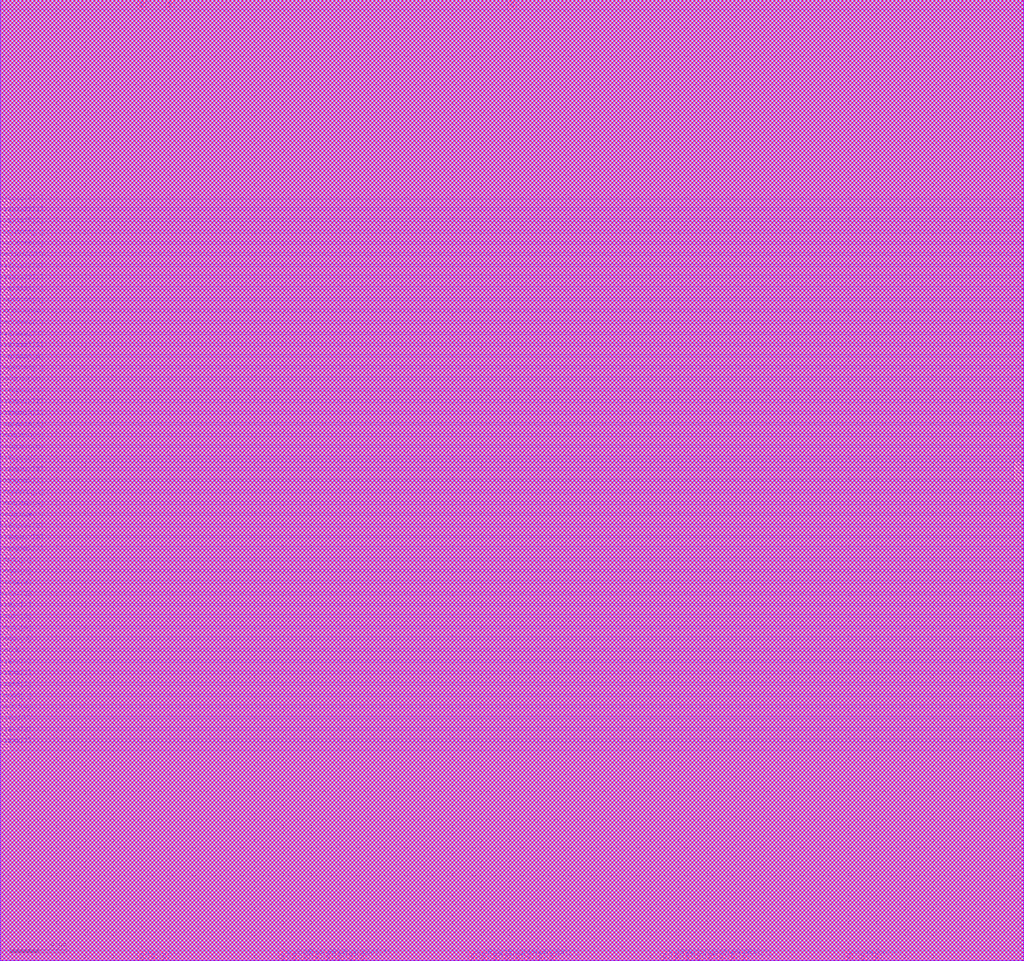
<source format=lef>
##
## LEF for PtnCells ;
## created by Innovus v20.11-s130_1 on Mon Jan  6 22:39:51 2025
##

VERSION 5.8 ;

BUSBITCHARS "[]" ;
DIVIDERCHAR "/" ;

MACRO BATCHARGERctr
  CLASS BLOCK ;
  SIZE 72.400000 BY 68.000000 ;
  FOREIGN BATCHARGERctr 0.000000 0.000000 ;
  ORIGIN 0 0 ;
  SYMMETRY X Y R90 ;
  PIN cc
    DIRECTION OUTPUT ;
    USE SIGNAL ;
    PORT
      LAYER metal3 ;
        RECT 71.880000 34.900000 72.400000 35.100000 ;
    END
  END cc
  PIN tc
    DIRECTION OUTPUT ;
    USE SIGNAL ;
    PORT
      LAYER metal3 ;
        RECT 71.880000 34.100000 72.400000 34.300000 ;
    END
  END tc
  PIN cv
    DIRECTION OUTPUT ;
    USE SIGNAL ;
    PORT
      LAYER metal3 ;
        RECT 71.880000 34.500000 72.400000 34.700000 ;
    END
  END cv
  PIN imonen
    DIRECTION OUTPUT ;
    USE SIGNAL ;
    PORT
      LAYER metal4 ;
        RECT 60.900000 0.000000 61.100000 0.520000 ;
    END
  END imonen
  PIN vmonen
    DIRECTION OUTPUT ;
    USE SIGNAL ;
    PORT
      LAYER metal4 ;
        RECT 59.900000 0.000000 60.100000 0.520000 ;
    END
  END vmonen
  PIN tmonen
    DIRECTION OUTPUT ;
    USE SIGNAL ;
    PORT
      LAYER metal4 ;
        RECT 61.900000 0.000000 62.100000 0.520000 ;
    END
  END tmonen
  PIN so
    DIRECTION OUTPUT ;
    USE SIGNAL ;
    PORT
      LAYER metal4 ;
        RECT 36.100000 67.480000 36.300000 68.000000 ;
    END
  END so
  PIN vbat[7]
    DIRECTION INPUT ;
    USE SIGNAL ;
    PORT
      LAYER metal4 ;
        RECT 25.500000 0.000000 25.700000 0.520000 ;
    END
  END vbat[7]
  PIN vbat[6]
    DIRECTION INPUT ;
    USE SIGNAL ;
    PORT
      LAYER metal4 ;
        RECT 24.700000 0.000000 24.900000 0.520000 ;
    END
  END vbat[6]
  PIN vbat[5]
    DIRECTION INPUT ;
    USE SIGNAL ;
    PORT
      LAYER metal4 ;
        RECT 23.900000 0.000000 24.100000 0.520000 ;
    END
  END vbat[5]
  PIN vbat[4]
    DIRECTION INPUT ;
    USE SIGNAL ;
    PORT
      LAYER metal4 ;
        RECT 23.100000 0.000000 23.300000 0.520000 ;
    END
  END vbat[4]
  PIN vbat[3]
    DIRECTION INPUT ;
    USE SIGNAL ;
    PORT
      LAYER metal4 ;
        RECT 22.300000 0.000000 22.500000 0.520000 ;
    END
  END vbat[3]
  PIN vbat[2]
    DIRECTION INPUT ;
    USE SIGNAL ;
    PORT
      LAYER metal4 ;
        RECT 21.500000 0.000000 21.700000 0.520000 ;
    END
  END vbat[2]
  PIN vbat[1]
    DIRECTION INPUT ;
    USE SIGNAL ;
    PORT
      LAYER metal4 ;
        RECT 20.700000 0.000000 20.900000 0.520000 ;
    END
  END vbat[1]
  PIN vbat[0]
    DIRECTION INPUT ;
    USE SIGNAL ;
    PORT
      LAYER metal4 ;
        RECT 19.900000 0.000000 20.100000 0.520000 ;
    END
  END vbat[0]
  PIN ibat[7]
    DIRECTION INPUT ;
    USE SIGNAL ;
    PORT
      LAYER metal4 ;
        RECT 38.900000 0.000000 39.100000 0.520000 ;
    END
  END ibat[7]
  PIN ibat[6]
    DIRECTION INPUT ;
    USE SIGNAL ;
    PORT
      LAYER metal4 ;
        RECT 38.100000 0.000000 38.300000 0.520000 ;
    END
  END ibat[6]
  PIN ibat[5]
    DIRECTION INPUT ;
    USE SIGNAL ;
    PORT
      LAYER metal4 ;
        RECT 37.300000 0.000000 37.500000 0.520000 ;
    END
  END ibat[5]
  PIN ibat[4]
    DIRECTION INPUT ;
    USE SIGNAL ;
    PORT
      LAYER metal4 ;
        RECT 36.500000 0.000000 36.700000 0.520000 ;
    END
  END ibat[4]
  PIN ibat[3]
    DIRECTION INPUT ;
    USE SIGNAL ;
    PORT
      LAYER metal4 ;
        RECT 35.700000 0.000000 35.900000 0.520000 ;
    END
  END ibat[3]
  PIN ibat[2]
    DIRECTION INPUT ;
    USE SIGNAL ;
    PORT
      LAYER metal4 ;
        RECT 34.900000 0.000000 35.100000 0.520000 ;
    END
  END ibat[2]
  PIN ibat[1]
    DIRECTION INPUT ;
    USE SIGNAL ;
    PORT
      LAYER metal4 ;
        RECT 34.100000 0.000000 34.300000 0.520000 ;
    END
  END ibat[1]
  PIN ibat[0]
    DIRECTION INPUT ;
    USE SIGNAL ;
    PORT
      LAYER metal4 ;
        RECT 33.300000 0.000000 33.500000 0.520000 ;
    END
  END ibat[0]
  PIN tbat[7]
    DIRECTION INPUT ;
    USE SIGNAL ;
    PORT
      LAYER metal4 ;
        RECT 52.500000 0.000000 52.700000 0.520000 ;
    END
  END tbat[7]
  PIN tbat[6]
    DIRECTION INPUT ;
    USE SIGNAL ;
    PORT
      LAYER metal4 ;
        RECT 51.700000 0.000000 51.900000 0.520000 ;
    END
  END tbat[6]
  PIN tbat[5]
    DIRECTION INPUT ;
    USE SIGNAL ;
    PORT
      LAYER metal4 ;
        RECT 50.900000 0.000000 51.100000 0.520000 ;
    END
  END tbat[5]
  PIN tbat[4]
    DIRECTION INPUT ;
    USE SIGNAL ;
    PORT
      LAYER metal4 ;
        RECT 50.100000 0.000000 50.300000 0.520000 ;
    END
  END tbat[4]
  PIN tbat[3]
    DIRECTION INPUT ;
    USE SIGNAL ;
    PORT
      LAYER metal4 ;
        RECT 49.300000 0.000000 49.500000 0.520000 ;
    END
  END tbat[3]
  PIN tbat[2]
    DIRECTION INPUT ;
    USE SIGNAL ;
    PORT
      LAYER metal4 ;
        RECT 48.500000 0.000000 48.700000 0.520000 ;
    END
  END tbat[2]
  PIN tbat[1]
    DIRECTION INPUT ;
    USE SIGNAL ;
    PORT
      LAYER metal4 ;
        RECT 47.700000 0.000000 47.900000 0.520000 ;
    END
  END tbat[1]
  PIN tbat[0]
    DIRECTION INPUT ;
    USE SIGNAL ;
    PORT
      LAYER metal4 ;
        RECT 46.900000 0.000000 47.100000 0.520000 ;
    END
  END tbat[0]
  PIN vcutoff[7]
    DIRECTION INPUT ;
    USE SIGNAL ;
    PORT
      LAYER metal3 ;
        RECT 0.000000 47.900000 0.520000 48.100000 ;
    END
  END vcutoff[7]
  PIN vcutoff[6]
    DIRECTION INPUT ;
    USE SIGNAL ;
    PORT
      LAYER metal3 ;
        RECT 0.000000 48.700000 0.520000 48.900000 ;
    END
  END vcutoff[6]
  PIN vcutoff[5]
    DIRECTION INPUT ;
    USE SIGNAL ;
    PORT
      LAYER metal3 ;
        RECT 0.000000 49.500000 0.520000 49.700000 ;
    END
  END vcutoff[5]
  PIN vcutoff[4]
    DIRECTION INPUT ;
    USE SIGNAL ;
    PORT
      LAYER metal3 ;
        RECT 0.000000 50.300000 0.520000 50.500000 ;
    END
  END vcutoff[4]
  PIN vcutoff[3]
    DIRECTION INPUT ;
    USE SIGNAL ;
    PORT
      LAYER metal3 ;
        RECT 0.000000 51.100000 0.520000 51.300000 ;
    END
  END vcutoff[3]
  PIN vcutoff[2]
    DIRECTION INPUT ;
    USE SIGNAL ;
    PORT
      LAYER metal3 ;
        RECT 0.000000 51.900000 0.520000 52.100000 ;
    END
  END vcutoff[2]
  PIN vcutoff[1]
    DIRECTION INPUT ;
    USE SIGNAL ;
    PORT
      LAYER metal3 ;
        RECT 0.000000 52.700000 0.520000 52.900000 ;
    END
  END vcutoff[1]
  PIN vcutoff[0]
    DIRECTION INPUT ;
    USE SIGNAL ;
    PORT
      LAYER metal3 ;
        RECT 0.000000 53.500000 0.520000 53.700000 ;
    END
  END vcutoff[0]
  PIN vpreset[7]
    DIRECTION INPUT ;
    USE SIGNAL ;
    PORT
      LAYER metal3 ;
        RECT 0.000000 41.500000 0.520000 41.700000 ;
    END
  END vpreset[7]
  PIN vpreset[6]
    DIRECTION INPUT ;
    USE SIGNAL ;
    PORT
      LAYER metal3 ;
        RECT 0.000000 42.300000 0.520000 42.500000 ;
    END
  END vpreset[6]
  PIN vpreset[5]
    DIRECTION INPUT ;
    USE SIGNAL ;
    PORT
      LAYER metal3 ;
        RECT 0.000000 43.100000 0.520000 43.300000 ;
    END
  END vpreset[5]
  PIN vpreset[4]
    DIRECTION INPUT ;
    USE SIGNAL ;
    PORT
      LAYER metal3 ;
        RECT 0.000000 43.900000 0.520000 44.100000 ;
    END
  END vpreset[4]
  PIN vpreset[3]
    DIRECTION INPUT ;
    USE SIGNAL ;
    PORT
      LAYER metal3 ;
        RECT 0.000000 44.700000 0.520000 44.900000 ;
    END
  END vpreset[3]
  PIN vpreset[2]
    DIRECTION INPUT ;
    USE SIGNAL ;
    PORT
      LAYER metal3 ;
        RECT 0.000000 45.500000 0.520000 45.700000 ;
    END
  END vpreset[2]
  PIN vpreset[1]
    DIRECTION INPUT ;
    USE SIGNAL ;
    PORT
      LAYER metal3 ;
        RECT 0.000000 46.300000 0.520000 46.500000 ;
    END
  END vpreset[1]
  PIN vpreset[0]
    DIRECTION INPUT ;
    USE SIGNAL ;
    PORT
      LAYER metal3 ;
        RECT 0.000000 47.100000 0.520000 47.300000 ;
    END
  END vpreset[0]
  PIN tempmin[7]
    DIRECTION INPUT ;
    USE SIGNAL ;
    PORT
      LAYER metal3 ;
        RECT 0.000000 35.100000 0.520000 35.300000 ;
    END
  END tempmin[7]
  PIN tempmin[6]
    DIRECTION INPUT ;
    USE SIGNAL ;
    PORT
      LAYER metal3 ;
        RECT 0.000000 35.900000 0.520000 36.100000 ;
    END
  END tempmin[6]
  PIN tempmin[5]
    DIRECTION INPUT ;
    USE SIGNAL ;
    PORT
      LAYER metal3 ;
        RECT 0.000000 36.700000 0.520000 36.900000 ;
    END
  END tempmin[5]
  PIN tempmin[4]
    DIRECTION INPUT ;
    USE SIGNAL ;
    PORT
      LAYER metal3 ;
        RECT 0.000000 37.500000 0.520000 37.700000 ;
    END
  END tempmin[4]
  PIN tempmin[3]
    DIRECTION INPUT ;
    USE SIGNAL ;
    PORT
      LAYER metal3 ;
        RECT 0.000000 38.300000 0.520000 38.500000 ;
    END
  END tempmin[3]
  PIN tempmin[2]
    DIRECTION INPUT ;
    USE SIGNAL ;
    PORT
      LAYER metal3 ;
        RECT 0.000000 39.100000 0.520000 39.300000 ;
    END
  END tempmin[2]
  PIN tempmin[1]
    DIRECTION INPUT ;
    USE SIGNAL ;
    PORT
      LAYER metal3 ;
        RECT 0.000000 39.900000 0.520000 40.100000 ;
    END
  END tempmin[1]
  PIN tempmin[0]
    DIRECTION INPUT ;
    USE SIGNAL ;
    PORT
      LAYER metal3 ;
        RECT 0.000000 40.700000 0.520000 40.900000 ;
    END
  END tempmin[0]
  PIN tempmax[7]
    DIRECTION INPUT ;
    USE SIGNAL ;
    PORT
      LAYER metal3 ;
        RECT 0.000000 28.700000 0.520000 28.900000 ;
    END
  END tempmax[7]
  PIN tempmax[6]
    DIRECTION INPUT ;
    USE SIGNAL ;
    PORT
      LAYER metal3 ;
        RECT 0.000000 29.500000 0.520000 29.700000 ;
    END
  END tempmax[6]
  PIN tempmax[5]
    DIRECTION INPUT ;
    USE SIGNAL ;
    PORT
      LAYER metal3 ;
        RECT 0.000000 30.300000 0.520000 30.500000 ;
    END
  END tempmax[5]
  PIN tempmax[4]
    DIRECTION INPUT ;
    USE SIGNAL ;
    PORT
      LAYER metal3 ;
        RECT 0.000000 31.100000 0.520000 31.300000 ;
    END
  END tempmax[4]
  PIN tempmax[3]
    DIRECTION INPUT ;
    USE SIGNAL ;
    PORT
      LAYER metal3 ;
        RECT 0.000000 31.900000 0.520000 32.100000 ;
    END
  END tempmax[3]
  PIN tempmax[2]
    DIRECTION INPUT ;
    USE SIGNAL ;
    PORT
      LAYER metal3 ;
        RECT 0.000000 32.700000 0.520000 32.900000 ;
    END
  END tempmax[2]
  PIN tempmax[1]
    DIRECTION INPUT ;
    USE SIGNAL ;
    PORT
      LAYER metal3 ;
        RECT 0.000000 33.500000 0.520000 33.700000 ;
    END
  END tempmax[1]
  PIN tempmax[0]
    DIRECTION INPUT ;
    USE SIGNAL ;
    PORT
      LAYER metal3 ;
        RECT 0.000000 34.300000 0.520000 34.500000 ;
    END
  END tempmax[0]
  PIN tmax[7]
    DIRECTION INPUT ;
    USE SIGNAL ;
    PORT
      LAYER metal3 ;
        RECT 0.000000 22.300000 0.520000 22.500000 ;
    END
  END tmax[7]
  PIN tmax[6]
    DIRECTION INPUT ;
    USE SIGNAL ;
    PORT
      LAYER metal3 ;
        RECT 0.000000 23.100000 0.520000 23.300000 ;
    END
  END tmax[6]
  PIN tmax[5]
    DIRECTION INPUT ;
    USE SIGNAL ;
    PORT
      LAYER metal3 ;
        RECT 0.000000 23.900000 0.520000 24.100000 ;
    END
  END tmax[5]
  PIN tmax[4]
    DIRECTION INPUT ;
    USE SIGNAL ;
    PORT
      LAYER metal3 ;
        RECT 0.000000 24.700000 0.520000 24.900000 ;
    END
  END tmax[4]
  PIN tmax[3]
    DIRECTION INPUT ;
    USE SIGNAL ;
    PORT
      LAYER metal3 ;
        RECT 0.000000 25.500000 0.520000 25.700000 ;
    END
  END tmax[3]
  PIN tmax[2]
    DIRECTION INPUT ;
    USE SIGNAL ;
    PORT
      LAYER metal3 ;
        RECT 0.000000 26.300000 0.520000 26.500000 ;
    END
  END tmax[2]
  PIN tmax[1]
    DIRECTION INPUT ;
    USE SIGNAL ;
    PORT
      LAYER metal3 ;
        RECT 0.000000 27.100000 0.520000 27.300000 ;
    END
  END tmax[1]
  PIN tmax[0]
    DIRECTION INPUT ;
    USE SIGNAL ;
    PORT
      LAYER metal3 ;
        RECT 0.000000 27.900000 0.520000 28.100000 ;
    END
  END tmax[0]
  PIN iend[7]
    DIRECTION INPUT ;
    USE SIGNAL ;
    PORT
      LAYER metal3 ;
        RECT 0.000000 15.100000 0.520000 15.300000 ;
    END
  END iend[7]
  PIN iend[6]
    DIRECTION INPUT ;
    USE SIGNAL ;
    PORT
      LAYER metal3 ;
        RECT 0.000000 15.900000 0.520000 16.100000 ;
    END
  END iend[6]
  PIN iend[5]
    DIRECTION INPUT ;
    USE SIGNAL ;
    PORT
      LAYER metal3 ;
        RECT 0.000000 16.700000 0.520000 16.900000 ;
    END
  END iend[5]
  PIN iend[4]
    DIRECTION INPUT ;
    USE SIGNAL ;
    PORT
      LAYER metal3 ;
        RECT 0.000000 17.500000 0.520000 17.700000 ;
    END
  END iend[4]
  PIN iend[3]
    DIRECTION INPUT ;
    USE SIGNAL ;
    PORT
      LAYER metal3 ;
        RECT 0.000000 18.300000 0.520000 18.500000 ;
    END
  END iend[3]
  PIN iend[2]
    DIRECTION INPUT ;
    USE SIGNAL ;
    PORT
      LAYER metal3 ;
        RECT 0.000000 19.100000 0.520000 19.300000 ;
    END
  END iend[2]
  PIN iend[1]
    DIRECTION INPUT ;
    USE SIGNAL ;
    PORT
      LAYER metal3 ;
        RECT 0.000000 19.900000 0.520000 20.100000 ;
    END
  END iend[1]
  PIN iend[0]
    DIRECTION INPUT ;
    USE SIGNAL ;
    PORT
      LAYER metal3 ;
        RECT 0.000000 20.700000 0.520000 20.900000 ;
    END
  END iend[0]
  PIN clk
    DIRECTION INPUT ;
    USE CLOCK ;
    PORT
      LAYER metal4 ;
        RECT 9.900000 0.000000 10.100000 0.520000 ;
    END
  END clk
  PIN en
    DIRECTION INPUT ;
    USE SIGNAL ;
    PORT
      LAYER metal4 ;
        RECT 10.700000 0.000000 10.900000 0.520000 ;
    END
  END en
  PIN rstz
    DIRECTION INPUT ;
    USE SIGNAL ;
    PORT
      LAYER metal4 ;
        RECT 11.500000 0.000000 11.700000 0.520000 ;
    END
  END rstz
  PIN vtok
    DIRECTION INPUT ;
    USE SIGNAL ;
    PORT
      LAYER metal3 ;
        RECT 0.000000 21.500000 0.520000 21.700000 ;
    END
  END vtok
  PIN dvdd
    DIRECTION INPUT ;
    USE POWER ;
    PORT
      LAYER metal4 ;
        RECT 11.900000 67.480000 12.100000 68.000000 ;
    END
  END dvdd
  PIN dgnd
    DIRECTION INPUT ;
    USE GROUND ;
    PORT
      LAYER metal4 ;
        RECT 9.900000 67.480000 10.100000 68.000000 ;
    END
  END dgnd
  OBS
    LAYER metal1 ;
      RECT 0.000000 0.000000 72.400000 68.000000 ;
    LAYER metal2 ;
      RECT 0.000000 0.000000 72.400000 68.000000 ;
    LAYER metal3 ;
      RECT 0.000000 53.900000 72.400000 68.000000 ;
      RECT 0.720000 53.300000 72.400000 53.900000 ;
      RECT 0.000000 53.100000 72.400000 53.300000 ;
      RECT 0.720000 52.500000 72.400000 53.100000 ;
      RECT 0.000000 52.300000 72.400000 52.500000 ;
      RECT 0.720000 51.700000 72.400000 52.300000 ;
      RECT 0.000000 51.500000 72.400000 51.700000 ;
      RECT 0.720000 50.900000 72.400000 51.500000 ;
      RECT 0.000000 50.700000 72.400000 50.900000 ;
      RECT 0.720000 50.100000 72.400000 50.700000 ;
      RECT 0.000000 49.900000 72.400000 50.100000 ;
      RECT 0.720000 49.300000 72.400000 49.900000 ;
      RECT 0.000000 49.100000 72.400000 49.300000 ;
      RECT 0.720000 48.500000 72.400000 49.100000 ;
      RECT 0.000000 48.300000 72.400000 48.500000 ;
      RECT 0.720000 47.700000 72.400000 48.300000 ;
      RECT 0.000000 47.500000 72.400000 47.700000 ;
      RECT 0.720000 46.900000 72.400000 47.500000 ;
      RECT 0.000000 46.700000 72.400000 46.900000 ;
      RECT 0.720000 46.100000 72.400000 46.700000 ;
      RECT 0.000000 45.900000 72.400000 46.100000 ;
      RECT 0.720000 45.300000 72.400000 45.900000 ;
      RECT 0.000000 45.100000 72.400000 45.300000 ;
      RECT 0.720000 44.500000 72.400000 45.100000 ;
      RECT 0.000000 44.300000 72.400000 44.500000 ;
      RECT 0.720000 43.700000 72.400000 44.300000 ;
      RECT 0.000000 43.500000 72.400000 43.700000 ;
      RECT 0.720000 42.900000 72.400000 43.500000 ;
      RECT 0.000000 42.700000 72.400000 42.900000 ;
      RECT 0.720000 42.100000 72.400000 42.700000 ;
      RECT 0.000000 41.900000 72.400000 42.100000 ;
      RECT 0.720000 41.300000 72.400000 41.900000 ;
      RECT 0.000000 41.100000 72.400000 41.300000 ;
      RECT 0.720000 40.500000 72.400000 41.100000 ;
      RECT 0.000000 40.300000 72.400000 40.500000 ;
      RECT 0.720000 39.700000 72.400000 40.300000 ;
      RECT 0.000000 39.500000 72.400000 39.700000 ;
      RECT 0.720000 38.900000 72.400000 39.500000 ;
      RECT 0.000000 38.700000 72.400000 38.900000 ;
      RECT 0.720000 38.100000 72.400000 38.700000 ;
      RECT 0.000000 37.900000 72.400000 38.100000 ;
      RECT 0.720000 37.300000 72.400000 37.900000 ;
      RECT 0.000000 37.100000 72.400000 37.300000 ;
      RECT 0.720000 36.500000 72.400000 37.100000 ;
      RECT 0.000000 36.300000 72.400000 36.500000 ;
      RECT 0.720000 35.700000 72.400000 36.300000 ;
      RECT 0.000000 35.500000 72.400000 35.700000 ;
      RECT 0.720000 35.300000 72.400000 35.500000 ;
      RECT 0.720000 34.900000 71.680000 35.300000 ;
      RECT 0.000000 34.700000 71.680000 34.900000 ;
      RECT 0.720000 34.100000 71.680000 34.700000 ;
      RECT 0.000000 33.900000 71.680000 34.100000 ;
      RECT 0.720000 33.300000 72.400000 33.900000 ;
      RECT 0.000000 33.100000 72.400000 33.300000 ;
      RECT 0.720000 32.500000 72.400000 33.100000 ;
      RECT 0.000000 32.300000 72.400000 32.500000 ;
      RECT 0.720000 31.700000 72.400000 32.300000 ;
      RECT 0.000000 31.500000 72.400000 31.700000 ;
      RECT 0.720000 30.900000 72.400000 31.500000 ;
      RECT 0.000000 30.700000 72.400000 30.900000 ;
      RECT 0.720000 30.100000 72.400000 30.700000 ;
      RECT 0.000000 29.900000 72.400000 30.100000 ;
      RECT 0.720000 29.300000 72.400000 29.900000 ;
      RECT 0.000000 29.100000 72.400000 29.300000 ;
      RECT 0.720000 28.500000 72.400000 29.100000 ;
      RECT 0.000000 28.300000 72.400000 28.500000 ;
      RECT 0.720000 27.700000 72.400000 28.300000 ;
      RECT 0.000000 27.500000 72.400000 27.700000 ;
      RECT 0.720000 26.900000 72.400000 27.500000 ;
      RECT 0.000000 26.700000 72.400000 26.900000 ;
      RECT 0.720000 26.100000 72.400000 26.700000 ;
      RECT 0.000000 25.900000 72.400000 26.100000 ;
      RECT 0.720000 25.300000 72.400000 25.900000 ;
      RECT 0.000000 25.100000 72.400000 25.300000 ;
      RECT 0.720000 24.500000 72.400000 25.100000 ;
      RECT 0.000000 24.300000 72.400000 24.500000 ;
      RECT 0.720000 23.700000 72.400000 24.300000 ;
      RECT 0.000000 23.500000 72.400000 23.700000 ;
      RECT 0.720000 22.900000 72.400000 23.500000 ;
      RECT 0.000000 22.700000 72.400000 22.900000 ;
      RECT 0.720000 22.100000 72.400000 22.700000 ;
      RECT 0.000000 21.900000 72.400000 22.100000 ;
      RECT 0.720000 21.300000 72.400000 21.900000 ;
      RECT 0.000000 21.100000 72.400000 21.300000 ;
      RECT 0.720000 20.500000 72.400000 21.100000 ;
      RECT 0.000000 20.300000 72.400000 20.500000 ;
      RECT 0.720000 19.700000 72.400000 20.300000 ;
      RECT 0.000000 19.500000 72.400000 19.700000 ;
      RECT 0.720000 18.900000 72.400000 19.500000 ;
      RECT 0.000000 18.700000 72.400000 18.900000 ;
      RECT 0.720000 18.100000 72.400000 18.700000 ;
      RECT 0.000000 17.900000 72.400000 18.100000 ;
      RECT 0.720000 17.300000 72.400000 17.900000 ;
      RECT 0.000000 17.100000 72.400000 17.300000 ;
      RECT 0.720000 16.500000 72.400000 17.100000 ;
      RECT 0.000000 16.300000 72.400000 16.500000 ;
      RECT 0.720000 15.700000 72.400000 16.300000 ;
      RECT 0.000000 15.500000 72.400000 15.700000 ;
      RECT 0.720000 14.900000 72.400000 15.500000 ;
      RECT 0.000000 0.000000 72.400000 14.900000 ;
    LAYER metal4 ;
      RECT 36.500000 67.280000 72.400000 68.000000 ;
      RECT 12.300000 67.280000 35.900000 68.000000 ;
      RECT 10.300000 67.280000 11.700000 68.000000 ;
      RECT 0.000000 67.280000 9.700000 68.000000 ;
      RECT 0.000000 0.720000 72.400000 67.280000 ;
      RECT 62.300000 0.000000 72.400000 0.720000 ;
      RECT 61.300000 0.000000 61.700000 0.720000 ;
      RECT 60.300000 0.000000 60.700000 0.720000 ;
      RECT 52.900000 0.000000 59.700000 0.720000 ;
      RECT 52.100000 0.000000 52.300000 0.720000 ;
      RECT 51.300000 0.000000 51.500000 0.720000 ;
      RECT 50.500000 0.000000 50.700000 0.720000 ;
      RECT 49.700000 0.000000 49.900000 0.720000 ;
      RECT 48.900000 0.000000 49.100000 0.720000 ;
      RECT 48.100000 0.000000 48.300000 0.720000 ;
      RECT 47.300000 0.000000 47.500000 0.720000 ;
      RECT 39.300000 0.000000 46.700000 0.720000 ;
      RECT 38.500000 0.000000 38.700000 0.720000 ;
      RECT 37.700000 0.000000 37.900000 0.720000 ;
      RECT 36.900000 0.000000 37.100000 0.720000 ;
      RECT 36.100000 0.000000 36.300000 0.720000 ;
      RECT 35.300000 0.000000 35.500000 0.720000 ;
      RECT 34.500000 0.000000 34.700000 0.720000 ;
      RECT 33.700000 0.000000 33.900000 0.720000 ;
      RECT 25.900000 0.000000 33.100000 0.720000 ;
      RECT 25.100000 0.000000 25.300000 0.720000 ;
      RECT 24.300000 0.000000 24.500000 0.720000 ;
      RECT 23.500000 0.000000 23.700000 0.720000 ;
      RECT 22.700000 0.000000 22.900000 0.720000 ;
      RECT 21.900000 0.000000 22.100000 0.720000 ;
      RECT 21.100000 0.000000 21.300000 0.720000 ;
      RECT 20.300000 0.000000 20.500000 0.720000 ;
      RECT 11.900000 0.000000 19.700000 0.720000 ;
      RECT 11.100000 0.000000 11.300000 0.720000 ;
      RECT 10.300000 0.000000 10.500000 0.720000 ;
      RECT 0.000000 0.000000 9.700000 0.720000 ;
    LAYER metal5 ;
      RECT 0.000000 0.000000 72.400000 68.000000 ;
    LAYER metal6 ;
      RECT 0.000000 0.000000 72.400000 68.000000 ;
    LAYER metal7 ;
      RECT 0.000000 0.000000 72.400000 68.000000 ;
    LAYER metal8 ;
      RECT 0.000000 0.000000 72.400000 68.000000 ;
  END
END BATCHARGERctr

END LIBRARY

</source>
